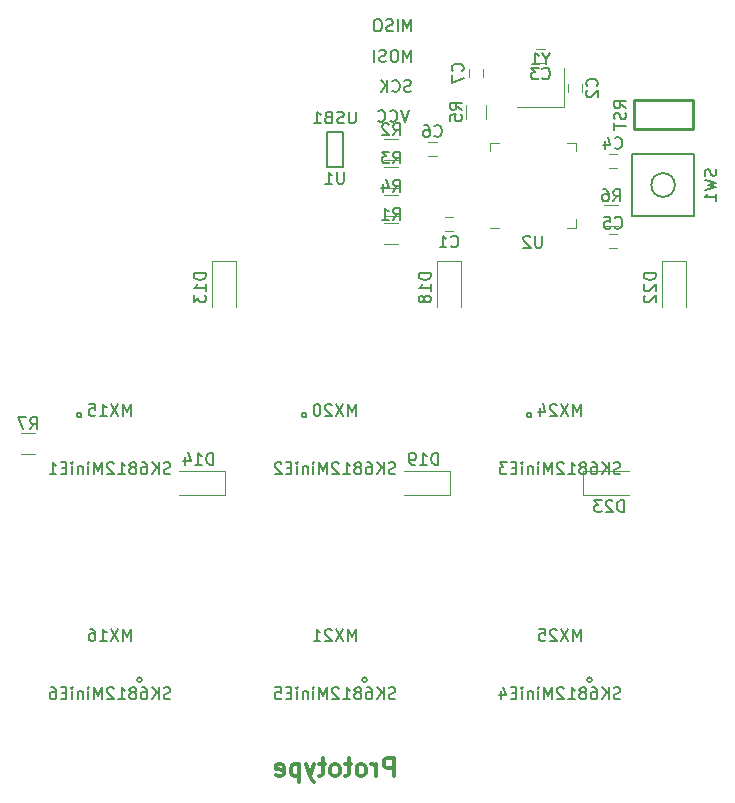
<source format=gbr>
G04 #@! TF.GenerationSoftware,KiCad,Pcbnew,(5.1.5)-3*
G04 #@! TF.CreationDate,2021-05-11T09:46:13+07:00*
G04 #@! TF.ProjectId,uso!VNC,75736f21-564e-4432-9e6b-696361645f70,rev?*
G04 #@! TF.SameCoordinates,Original*
G04 #@! TF.FileFunction,Legend,Bot*
G04 #@! TF.FilePolarity,Positive*
%FSLAX46Y46*%
G04 Gerber Fmt 4.6, Leading zero omitted, Abs format (unit mm)*
G04 Created by KiCad (PCBNEW (5.1.5)-3) date 2021-05-11 09:46:13*
%MOMM*%
%LPD*%
G04 APERTURE LIST*
%ADD10C,0.300000*%
%ADD11C,0.150000*%
%ADD12C,0.250000*%
%ADD13C,0.120000*%
G04 APERTURE END LIST*
D10*
X271665405Y-148316691D02*
X271665405Y-146816691D01*
X271093977Y-146816691D01*
X270951120Y-146888120D01*
X270879691Y-146959548D01*
X270808262Y-147102405D01*
X270808262Y-147316691D01*
X270879691Y-147459548D01*
X270951120Y-147530977D01*
X271093977Y-147602405D01*
X271665405Y-147602405D01*
X270165405Y-148316691D02*
X270165405Y-147316691D01*
X270165405Y-147602405D02*
X270093977Y-147459548D01*
X270022548Y-147388120D01*
X269879691Y-147316691D01*
X269736834Y-147316691D01*
X269022548Y-148316691D02*
X269165405Y-148245262D01*
X269236834Y-148173834D01*
X269308262Y-148030977D01*
X269308262Y-147602405D01*
X269236834Y-147459548D01*
X269165405Y-147388120D01*
X269022548Y-147316691D01*
X268808262Y-147316691D01*
X268665405Y-147388120D01*
X268593977Y-147459548D01*
X268522548Y-147602405D01*
X268522548Y-148030977D01*
X268593977Y-148173834D01*
X268665405Y-148245262D01*
X268808262Y-148316691D01*
X269022548Y-148316691D01*
X268093977Y-147316691D02*
X267522548Y-147316691D01*
X267879691Y-146816691D02*
X267879691Y-148102405D01*
X267808262Y-148245262D01*
X267665405Y-148316691D01*
X267522548Y-148316691D01*
X266808262Y-148316691D02*
X266951120Y-148245262D01*
X267022548Y-148173834D01*
X267093977Y-148030977D01*
X267093977Y-147602405D01*
X267022548Y-147459548D01*
X266951120Y-147388120D01*
X266808262Y-147316691D01*
X266593977Y-147316691D01*
X266451120Y-147388120D01*
X266379691Y-147459548D01*
X266308262Y-147602405D01*
X266308262Y-148030977D01*
X266379691Y-148173834D01*
X266451120Y-148245262D01*
X266593977Y-148316691D01*
X266808262Y-148316691D01*
X265879691Y-147316691D02*
X265308262Y-147316691D01*
X265665405Y-146816691D02*
X265665405Y-148102405D01*
X265593977Y-148245262D01*
X265451120Y-148316691D01*
X265308262Y-148316691D01*
X264951120Y-147316691D02*
X264593977Y-148316691D01*
X264236834Y-147316691D02*
X264593977Y-148316691D01*
X264736834Y-148673834D01*
X264808262Y-148745262D01*
X264951120Y-148816691D01*
X263665405Y-147316691D02*
X263665405Y-148816691D01*
X263665405Y-147388120D02*
X263522548Y-147316691D01*
X263236834Y-147316691D01*
X263093977Y-147388120D01*
X263022548Y-147459548D01*
X262951120Y-147602405D01*
X262951120Y-148030977D01*
X263022548Y-148173834D01*
X263093977Y-148245262D01*
X263236834Y-148316691D01*
X263522548Y-148316691D01*
X263665405Y-148245262D01*
X261736834Y-148245262D02*
X261879691Y-148316691D01*
X262165405Y-148316691D01*
X262308262Y-148245262D01*
X262379691Y-148102405D01*
X262379691Y-147530977D01*
X262308262Y-147388120D01*
X262165405Y-147316691D01*
X261879691Y-147316691D01*
X261736834Y-147388120D01*
X261665405Y-147530977D01*
X261665405Y-147673834D01*
X262379691Y-147816691D01*
D11*
X291877000Y-95666000D02*
X291877000Y-100866000D01*
X291877000Y-100866000D02*
X297077000Y-100866000D01*
X297077000Y-100866000D02*
X297077000Y-95666000D01*
X297077000Y-95666000D02*
X291877000Y-95666000D01*
X295477000Y-98266000D02*
G75*
G03X295477000Y-98266000I-1000000J0D01*
G01*
D12*
X291977000Y-93556000D02*
X296977000Y-93556000D01*
X296977000Y-93556000D02*
X296977000Y-91056000D01*
X296977000Y-91056000D02*
X291977000Y-91056000D01*
X291977000Y-91056000D02*
X291977000Y-93556000D01*
D13*
X240128500Y-121022000D02*
X241328500Y-121022000D01*
X241328500Y-119262000D02*
X240128500Y-119262000D01*
D11*
X250350000Y-140150000D02*
G75*
G03X250350000Y-140150000I-200000J0D01*
G01*
X269400000Y-140150000D02*
G75*
G03X269400000Y-140150000I-200000J0D01*
G01*
X288450000Y-140150000D02*
G75*
G03X288450000Y-140150000I-200000J0D01*
G01*
D13*
X286099000Y-91693000D02*
X282099000Y-91693000D01*
X286099000Y-88393000D02*
X286099000Y-91693000D01*
X286349000Y-101908000D02*
X287074000Y-101908000D01*
X287074000Y-101908000D02*
X287074000Y-101183000D01*
X280579000Y-94688000D02*
X279854000Y-94688000D01*
X279854000Y-94688000D02*
X279854000Y-95413000D01*
X286349000Y-94688000D02*
X287074000Y-94688000D01*
X287074000Y-94688000D02*
X287074000Y-95413000D01*
X280579000Y-101908000D02*
X279854000Y-101908000D01*
D11*
X266050000Y-93800000D02*
X266050000Y-96700000D01*
X266050000Y-93800000D02*
X267350000Y-93800000D01*
X267350000Y-93800000D02*
X267350000Y-96700000D01*
X267350000Y-96700000D02*
X266050000Y-96700000D01*
X283339952Y-117755088D02*
G75*
G03X283339952Y-117755088I-200000J0D01*
G01*
X264289952Y-117755088D02*
G75*
G03X264289952Y-117755088I-200000J0D01*
G01*
X245239952Y-117755088D02*
G75*
G03X245239952Y-117755088I-200000J0D01*
G01*
D13*
X289500000Y-101718000D02*
X290700000Y-101718000D01*
X290700000Y-99958000D02*
X289500000Y-99958000D01*
X279518000Y-92675000D02*
X279518000Y-91475000D01*
X277758000Y-91475000D02*
X277758000Y-92675000D01*
X272062500Y-99132500D02*
X270862500Y-99132500D01*
X270862500Y-100892500D02*
X272062500Y-100892500D01*
X270862500Y-98511250D02*
X272062500Y-98511250D01*
X272062500Y-96751250D02*
X270862500Y-96751250D01*
X270862500Y-96130000D02*
X272062500Y-96130000D01*
X272062500Y-94370000D02*
X270862500Y-94370000D01*
X270862500Y-103273750D02*
X272062500Y-103273750D01*
X272062500Y-101513750D02*
X270862500Y-101513750D01*
X287668400Y-124494800D02*
X287668400Y-122494800D01*
X287668400Y-122494800D02*
X291568400Y-122494800D01*
X287668400Y-124494800D02*
X291568400Y-124494800D01*
X294402000Y-104684000D02*
X296402000Y-104684000D01*
X296402000Y-104684000D02*
X296402000Y-108584000D01*
X294402000Y-104684000D02*
X294402000Y-108584000D01*
X276468400Y-122494800D02*
X276468400Y-124494800D01*
X276468400Y-124494800D02*
X272568400Y-124494800D01*
X276468400Y-122494800D02*
X272568400Y-122494800D01*
X275352000Y-104684000D02*
X277352000Y-104684000D01*
X277352000Y-104684000D02*
X277352000Y-108584000D01*
X275352000Y-104684000D02*
X275352000Y-108584000D01*
X257418400Y-122494800D02*
X257418400Y-124494800D01*
X257418400Y-124494800D02*
X253518400Y-124494800D01*
X257418400Y-122494800D02*
X253518400Y-122494800D01*
X256302000Y-104684000D02*
X258302000Y-104684000D01*
X258302000Y-104684000D02*
X258302000Y-108584000D01*
X256302000Y-104684000D02*
X256302000Y-108584000D01*
X279238000Y-89123000D02*
X279238000Y-88423000D01*
X278038000Y-88423000D02*
X278038000Y-89123000D01*
X274605000Y-95850000D02*
X275305000Y-95850000D01*
X275305000Y-94650000D02*
X274605000Y-94650000D01*
X289877000Y-103597000D02*
X290577000Y-103597000D01*
X290577000Y-102397000D02*
X289877000Y-102397000D01*
X289877000Y-96866000D02*
X290577000Y-96866000D01*
X290577000Y-95666000D02*
X289877000Y-95666000D01*
X284449000Y-86776000D02*
X283749000Y-86776000D01*
X283749000Y-87976000D02*
X284449000Y-87976000D01*
X286420000Y-89693000D02*
X286420000Y-90393000D01*
X287620000Y-90393000D02*
X287620000Y-89693000D01*
X276702000Y-101000000D02*
X276002000Y-101000000D01*
X276002000Y-102200000D02*
X276702000Y-102200000D01*
D11*
X298945761Y-96932666D02*
X298993380Y-97075523D01*
X298993380Y-97313619D01*
X298945761Y-97408857D01*
X298898142Y-97456476D01*
X298802904Y-97504095D01*
X298707666Y-97504095D01*
X298612428Y-97456476D01*
X298564809Y-97408857D01*
X298517190Y-97313619D01*
X298469571Y-97123142D01*
X298421952Y-97027904D01*
X298374333Y-96980285D01*
X298279095Y-96932666D01*
X298183857Y-96932666D01*
X298088619Y-96980285D01*
X298041000Y-97027904D01*
X297993380Y-97123142D01*
X297993380Y-97361238D01*
X298041000Y-97504095D01*
X297993380Y-97837428D02*
X298993380Y-98075523D01*
X298279095Y-98266000D01*
X298993380Y-98456476D01*
X297993380Y-98694571D01*
X298993380Y-99599333D02*
X298993380Y-99027904D01*
X298993380Y-99313619D02*
X297993380Y-99313619D01*
X298136238Y-99218380D01*
X298231476Y-99123142D01*
X298279095Y-99027904D01*
X291333180Y-91755980D02*
X290856990Y-91422647D01*
X291333180Y-91184552D02*
X290333180Y-91184552D01*
X290333180Y-91565504D01*
X290380800Y-91660742D01*
X290428419Y-91708361D01*
X290523657Y-91755980D01*
X290666514Y-91755980D01*
X290761752Y-91708361D01*
X290809371Y-91660742D01*
X290856990Y-91565504D01*
X290856990Y-91184552D01*
X291285561Y-92136933D02*
X291333180Y-92279790D01*
X291333180Y-92517885D01*
X291285561Y-92613123D01*
X291237942Y-92660742D01*
X291142704Y-92708361D01*
X291047466Y-92708361D01*
X290952228Y-92660742D01*
X290904609Y-92613123D01*
X290856990Y-92517885D01*
X290809371Y-92327409D01*
X290761752Y-92232171D01*
X290714133Y-92184552D01*
X290618895Y-92136933D01*
X290523657Y-92136933D01*
X290428419Y-92184552D01*
X290380800Y-92232171D01*
X290333180Y-92327409D01*
X290333180Y-92565504D01*
X290380800Y-92708361D01*
X290333180Y-92994076D02*
X290333180Y-93565504D01*
X291333180Y-93279790D02*
X290333180Y-93279790D01*
X273165428Y-85248380D02*
X273165428Y-84248380D01*
X272832095Y-84962666D01*
X272498761Y-84248380D01*
X272498761Y-85248380D01*
X272022571Y-85248380D02*
X272022571Y-84248380D01*
X271594000Y-85200761D02*
X271451142Y-85248380D01*
X271213047Y-85248380D01*
X271117809Y-85200761D01*
X271070190Y-85153142D01*
X271022571Y-85057904D01*
X271022571Y-84962666D01*
X271070190Y-84867428D01*
X271117809Y-84819809D01*
X271213047Y-84772190D01*
X271403523Y-84724571D01*
X271498761Y-84676952D01*
X271546380Y-84629333D01*
X271594000Y-84534095D01*
X271594000Y-84438857D01*
X271546380Y-84343619D01*
X271498761Y-84296000D01*
X271403523Y-84248380D01*
X271165428Y-84248380D01*
X271022571Y-84296000D01*
X270403523Y-84248380D02*
X270213047Y-84248380D01*
X270117809Y-84296000D01*
X270022571Y-84391238D01*
X269974952Y-84581714D01*
X269974952Y-84915047D01*
X270022571Y-85105523D01*
X270117809Y-85200761D01*
X270213047Y-85248380D01*
X270403523Y-85248380D01*
X270498761Y-85200761D01*
X270594000Y-85105523D01*
X270641619Y-84915047D01*
X270641619Y-84581714D01*
X270594000Y-84391238D01*
X270498761Y-84296000D01*
X270403523Y-84248380D01*
X273129714Y-90320761D02*
X272986857Y-90368380D01*
X272748761Y-90368380D01*
X272653523Y-90320761D01*
X272605904Y-90273142D01*
X272558285Y-90177904D01*
X272558285Y-90082666D01*
X272605904Y-89987428D01*
X272653523Y-89939809D01*
X272748761Y-89892190D01*
X272939238Y-89844571D01*
X273034476Y-89796952D01*
X273082095Y-89749333D01*
X273129714Y-89654095D01*
X273129714Y-89558857D01*
X273082095Y-89463619D01*
X273034476Y-89416000D01*
X272939238Y-89368380D01*
X272701142Y-89368380D01*
X272558285Y-89416000D01*
X271558285Y-90273142D02*
X271605904Y-90320761D01*
X271748761Y-90368380D01*
X271844000Y-90368380D01*
X271986857Y-90320761D01*
X272082095Y-90225523D01*
X272129714Y-90130285D01*
X272177333Y-89939809D01*
X272177333Y-89796952D01*
X272129714Y-89606476D01*
X272082095Y-89511238D01*
X271986857Y-89416000D01*
X271844000Y-89368380D01*
X271748761Y-89368380D01*
X271605904Y-89416000D01*
X271558285Y-89463619D01*
X271129714Y-90368380D02*
X271129714Y-89368380D01*
X270558285Y-90368380D02*
X270986857Y-89796952D01*
X270558285Y-89368380D02*
X271129714Y-89939809D01*
X273165428Y-87828380D02*
X273165428Y-86828380D01*
X272832095Y-87542666D01*
X272498761Y-86828380D01*
X272498761Y-87828380D01*
X271832095Y-86828380D02*
X271641619Y-86828380D01*
X271546380Y-86876000D01*
X271451142Y-86971238D01*
X271403523Y-87161714D01*
X271403523Y-87495047D01*
X271451142Y-87685523D01*
X271546380Y-87780761D01*
X271641619Y-87828380D01*
X271832095Y-87828380D01*
X271927333Y-87780761D01*
X272022571Y-87685523D01*
X272070190Y-87495047D01*
X272070190Y-87161714D01*
X272022571Y-86971238D01*
X271927333Y-86876000D01*
X271832095Y-86828380D01*
X271022571Y-87780761D02*
X270879714Y-87828380D01*
X270641619Y-87828380D01*
X270546380Y-87780761D01*
X270498761Y-87733142D01*
X270451142Y-87637904D01*
X270451142Y-87542666D01*
X270498761Y-87447428D01*
X270546380Y-87399809D01*
X270641619Y-87352190D01*
X270832095Y-87304571D01*
X270927333Y-87256952D01*
X270974952Y-87209333D01*
X271022571Y-87114095D01*
X271022571Y-87018857D01*
X270974952Y-86923619D01*
X270927333Y-86876000D01*
X270832095Y-86828380D01*
X270594000Y-86828380D01*
X270451142Y-86876000D01*
X270022571Y-87828380D02*
X270022571Y-86828380D01*
X272927333Y-91908380D02*
X272594000Y-92908380D01*
X272260666Y-91908380D01*
X271355904Y-92813142D02*
X271403523Y-92860761D01*
X271546380Y-92908380D01*
X271641619Y-92908380D01*
X271784476Y-92860761D01*
X271879714Y-92765523D01*
X271927333Y-92670285D01*
X271974952Y-92479809D01*
X271974952Y-92336952D01*
X271927333Y-92146476D01*
X271879714Y-92051238D01*
X271784476Y-91956000D01*
X271641619Y-91908380D01*
X271546380Y-91908380D01*
X271403523Y-91956000D01*
X271355904Y-92003619D01*
X270355904Y-92813142D02*
X270403523Y-92860761D01*
X270546380Y-92908380D01*
X270641619Y-92908380D01*
X270784476Y-92860761D01*
X270879714Y-92765523D01*
X270927333Y-92670285D01*
X270974952Y-92479809D01*
X270974952Y-92336952D01*
X270927333Y-92146476D01*
X270879714Y-92051238D01*
X270784476Y-91956000D01*
X270641619Y-91908380D01*
X270546380Y-91908380D01*
X270403523Y-91956000D01*
X270355904Y-92003619D01*
X240895166Y-118944380D02*
X241228500Y-118468190D01*
X241466595Y-118944380D02*
X241466595Y-117944380D01*
X241085642Y-117944380D01*
X240990404Y-117992000D01*
X240942785Y-118039619D01*
X240895166Y-118134857D01*
X240895166Y-118277714D01*
X240942785Y-118372952D01*
X240990404Y-118420571D01*
X241085642Y-118468190D01*
X241466595Y-118468190D01*
X240561833Y-117944380D02*
X239895166Y-117944380D01*
X240323738Y-118944380D01*
X252769047Y-141754761D02*
X252626190Y-141802380D01*
X252388095Y-141802380D01*
X252292857Y-141754761D01*
X252245238Y-141707142D01*
X252197619Y-141611904D01*
X252197619Y-141516666D01*
X252245238Y-141421428D01*
X252292857Y-141373809D01*
X252388095Y-141326190D01*
X252578571Y-141278571D01*
X252673809Y-141230952D01*
X252721428Y-141183333D01*
X252769047Y-141088095D01*
X252769047Y-140992857D01*
X252721428Y-140897619D01*
X252673809Y-140850000D01*
X252578571Y-140802380D01*
X252340476Y-140802380D01*
X252197619Y-140850000D01*
X251769047Y-141802380D02*
X251769047Y-140802380D01*
X251197619Y-141802380D02*
X251626190Y-141230952D01*
X251197619Y-140802380D02*
X251769047Y-141373809D01*
X250340476Y-140802380D02*
X250530952Y-140802380D01*
X250626190Y-140850000D01*
X250673809Y-140897619D01*
X250769047Y-141040476D01*
X250816666Y-141230952D01*
X250816666Y-141611904D01*
X250769047Y-141707142D01*
X250721428Y-141754761D01*
X250626190Y-141802380D01*
X250435714Y-141802380D01*
X250340476Y-141754761D01*
X250292857Y-141707142D01*
X250245238Y-141611904D01*
X250245238Y-141373809D01*
X250292857Y-141278571D01*
X250340476Y-141230952D01*
X250435714Y-141183333D01*
X250626190Y-141183333D01*
X250721428Y-141230952D01*
X250769047Y-141278571D01*
X250816666Y-141373809D01*
X249673809Y-141230952D02*
X249769047Y-141183333D01*
X249816666Y-141135714D01*
X249864285Y-141040476D01*
X249864285Y-140992857D01*
X249816666Y-140897619D01*
X249769047Y-140850000D01*
X249673809Y-140802380D01*
X249483333Y-140802380D01*
X249388095Y-140850000D01*
X249340476Y-140897619D01*
X249292857Y-140992857D01*
X249292857Y-141040476D01*
X249340476Y-141135714D01*
X249388095Y-141183333D01*
X249483333Y-141230952D01*
X249673809Y-141230952D01*
X249769047Y-141278571D01*
X249816666Y-141326190D01*
X249864285Y-141421428D01*
X249864285Y-141611904D01*
X249816666Y-141707142D01*
X249769047Y-141754761D01*
X249673809Y-141802380D01*
X249483333Y-141802380D01*
X249388095Y-141754761D01*
X249340476Y-141707142D01*
X249292857Y-141611904D01*
X249292857Y-141421428D01*
X249340476Y-141326190D01*
X249388095Y-141278571D01*
X249483333Y-141230952D01*
X248340476Y-141802380D02*
X248911904Y-141802380D01*
X248626190Y-141802380D02*
X248626190Y-140802380D01*
X248721428Y-140945238D01*
X248816666Y-141040476D01*
X248911904Y-141088095D01*
X247959523Y-140897619D02*
X247911904Y-140850000D01*
X247816666Y-140802380D01*
X247578571Y-140802380D01*
X247483333Y-140850000D01*
X247435714Y-140897619D01*
X247388095Y-140992857D01*
X247388095Y-141088095D01*
X247435714Y-141230952D01*
X248007142Y-141802380D01*
X247388095Y-141802380D01*
X246959523Y-141802380D02*
X246959523Y-140802380D01*
X246626190Y-141516666D01*
X246292857Y-140802380D01*
X246292857Y-141802380D01*
X245816666Y-141802380D02*
X245816666Y-141135714D01*
X245816666Y-140802380D02*
X245864285Y-140850000D01*
X245816666Y-140897619D01*
X245769047Y-140850000D01*
X245816666Y-140802380D01*
X245816666Y-140897619D01*
X245340476Y-141135714D02*
X245340476Y-141802380D01*
X245340476Y-141230952D02*
X245292857Y-141183333D01*
X245197619Y-141135714D01*
X245054761Y-141135714D01*
X244959523Y-141183333D01*
X244911904Y-141278571D01*
X244911904Y-141802380D01*
X244435714Y-141802380D02*
X244435714Y-141135714D01*
X244435714Y-140802380D02*
X244483333Y-140850000D01*
X244435714Y-140897619D01*
X244388095Y-140850000D01*
X244435714Y-140802380D01*
X244435714Y-140897619D01*
X243959523Y-141278571D02*
X243626190Y-141278571D01*
X243483333Y-141802380D02*
X243959523Y-141802380D01*
X243959523Y-140802380D01*
X243483333Y-140802380D01*
X242626190Y-140802380D02*
X242816666Y-140802380D01*
X242911904Y-140850000D01*
X242959523Y-140897619D01*
X243054761Y-141040476D01*
X243102380Y-141230952D01*
X243102380Y-141611904D01*
X243054761Y-141707142D01*
X243007142Y-141754761D01*
X242911904Y-141802380D01*
X242721428Y-141802380D01*
X242626190Y-141754761D01*
X242578571Y-141707142D01*
X242530952Y-141611904D01*
X242530952Y-141373809D01*
X242578571Y-141278571D01*
X242626190Y-141230952D01*
X242721428Y-141183333D01*
X242911904Y-141183333D01*
X243007142Y-141230952D01*
X243054761Y-141278571D01*
X243102380Y-141373809D01*
X271819047Y-141754761D02*
X271676190Y-141802380D01*
X271438095Y-141802380D01*
X271342857Y-141754761D01*
X271295238Y-141707142D01*
X271247619Y-141611904D01*
X271247619Y-141516666D01*
X271295238Y-141421428D01*
X271342857Y-141373809D01*
X271438095Y-141326190D01*
X271628571Y-141278571D01*
X271723809Y-141230952D01*
X271771428Y-141183333D01*
X271819047Y-141088095D01*
X271819047Y-140992857D01*
X271771428Y-140897619D01*
X271723809Y-140850000D01*
X271628571Y-140802380D01*
X271390476Y-140802380D01*
X271247619Y-140850000D01*
X270819047Y-141802380D02*
X270819047Y-140802380D01*
X270247619Y-141802380D02*
X270676190Y-141230952D01*
X270247619Y-140802380D02*
X270819047Y-141373809D01*
X269390476Y-140802380D02*
X269580952Y-140802380D01*
X269676190Y-140850000D01*
X269723809Y-140897619D01*
X269819047Y-141040476D01*
X269866666Y-141230952D01*
X269866666Y-141611904D01*
X269819047Y-141707142D01*
X269771428Y-141754761D01*
X269676190Y-141802380D01*
X269485714Y-141802380D01*
X269390476Y-141754761D01*
X269342857Y-141707142D01*
X269295238Y-141611904D01*
X269295238Y-141373809D01*
X269342857Y-141278571D01*
X269390476Y-141230952D01*
X269485714Y-141183333D01*
X269676190Y-141183333D01*
X269771428Y-141230952D01*
X269819047Y-141278571D01*
X269866666Y-141373809D01*
X268723809Y-141230952D02*
X268819047Y-141183333D01*
X268866666Y-141135714D01*
X268914285Y-141040476D01*
X268914285Y-140992857D01*
X268866666Y-140897619D01*
X268819047Y-140850000D01*
X268723809Y-140802380D01*
X268533333Y-140802380D01*
X268438095Y-140850000D01*
X268390476Y-140897619D01*
X268342857Y-140992857D01*
X268342857Y-141040476D01*
X268390476Y-141135714D01*
X268438095Y-141183333D01*
X268533333Y-141230952D01*
X268723809Y-141230952D01*
X268819047Y-141278571D01*
X268866666Y-141326190D01*
X268914285Y-141421428D01*
X268914285Y-141611904D01*
X268866666Y-141707142D01*
X268819047Y-141754761D01*
X268723809Y-141802380D01*
X268533333Y-141802380D01*
X268438095Y-141754761D01*
X268390476Y-141707142D01*
X268342857Y-141611904D01*
X268342857Y-141421428D01*
X268390476Y-141326190D01*
X268438095Y-141278571D01*
X268533333Y-141230952D01*
X267390476Y-141802380D02*
X267961904Y-141802380D01*
X267676190Y-141802380D02*
X267676190Y-140802380D01*
X267771428Y-140945238D01*
X267866666Y-141040476D01*
X267961904Y-141088095D01*
X267009523Y-140897619D02*
X266961904Y-140850000D01*
X266866666Y-140802380D01*
X266628571Y-140802380D01*
X266533333Y-140850000D01*
X266485714Y-140897619D01*
X266438095Y-140992857D01*
X266438095Y-141088095D01*
X266485714Y-141230952D01*
X267057142Y-141802380D01*
X266438095Y-141802380D01*
X266009523Y-141802380D02*
X266009523Y-140802380D01*
X265676190Y-141516666D01*
X265342857Y-140802380D01*
X265342857Y-141802380D01*
X264866666Y-141802380D02*
X264866666Y-141135714D01*
X264866666Y-140802380D02*
X264914285Y-140850000D01*
X264866666Y-140897619D01*
X264819047Y-140850000D01*
X264866666Y-140802380D01*
X264866666Y-140897619D01*
X264390476Y-141135714D02*
X264390476Y-141802380D01*
X264390476Y-141230952D02*
X264342857Y-141183333D01*
X264247619Y-141135714D01*
X264104761Y-141135714D01*
X264009523Y-141183333D01*
X263961904Y-141278571D01*
X263961904Y-141802380D01*
X263485714Y-141802380D02*
X263485714Y-141135714D01*
X263485714Y-140802380D02*
X263533333Y-140850000D01*
X263485714Y-140897619D01*
X263438095Y-140850000D01*
X263485714Y-140802380D01*
X263485714Y-140897619D01*
X263009523Y-141278571D02*
X262676190Y-141278571D01*
X262533333Y-141802380D02*
X263009523Y-141802380D01*
X263009523Y-140802380D01*
X262533333Y-140802380D01*
X261628571Y-140802380D02*
X262104761Y-140802380D01*
X262152380Y-141278571D01*
X262104761Y-141230952D01*
X262009523Y-141183333D01*
X261771428Y-141183333D01*
X261676190Y-141230952D01*
X261628571Y-141278571D01*
X261580952Y-141373809D01*
X261580952Y-141611904D01*
X261628571Y-141707142D01*
X261676190Y-141754761D01*
X261771428Y-141802380D01*
X262009523Y-141802380D01*
X262104761Y-141754761D01*
X262152380Y-141707142D01*
X290869047Y-141754761D02*
X290726190Y-141802380D01*
X290488095Y-141802380D01*
X290392857Y-141754761D01*
X290345238Y-141707142D01*
X290297619Y-141611904D01*
X290297619Y-141516666D01*
X290345238Y-141421428D01*
X290392857Y-141373809D01*
X290488095Y-141326190D01*
X290678571Y-141278571D01*
X290773809Y-141230952D01*
X290821428Y-141183333D01*
X290869047Y-141088095D01*
X290869047Y-140992857D01*
X290821428Y-140897619D01*
X290773809Y-140850000D01*
X290678571Y-140802380D01*
X290440476Y-140802380D01*
X290297619Y-140850000D01*
X289869047Y-141802380D02*
X289869047Y-140802380D01*
X289297619Y-141802380D02*
X289726190Y-141230952D01*
X289297619Y-140802380D02*
X289869047Y-141373809D01*
X288440476Y-140802380D02*
X288630952Y-140802380D01*
X288726190Y-140850000D01*
X288773809Y-140897619D01*
X288869047Y-141040476D01*
X288916666Y-141230952D01*
X288916666Y-141611904D01*
X288869047Y-141707142D01*
X288821428Y-141754761D01*
X288726190Y-141802380D01*
X288535714Y-141802380D01*
X288440476Y-141754761D01*
X288392857Y-141707142D01*
X288345238Y-141611904D01*
X288345238Y-141373809D01*
X288392857Y-141278571D01*
X288440476Y-141230952D01*
X288535714Y-141183333D01*
X288726190Y-141183333D01*
X288821428Y-141230952D01*
X288869047Y-141278571D01*
X288916666Y-141373809D01*
X287773809Y-141230952D02*
X287869047Y-141183333D01*
X287916666Y-141135714D01*
X287964285Y-141040476D01*
X287964285Y-140992857D01*
X287916666Y-140897619D01*
X287869047Y-140850000D01*
X287773809Y-140802380D01*
X287583333Y-140802380D01*
X287488095Y-140850000D01*
X287440476Y-140897619D01*
X287392857Y-140992857D01*
X287392857Y-141040476D01*
X287440476Y-141135714D01*
X287488095Y-141183333D01*
X287583333Y-141230952D01*
X287773809Y-141230952D01*
X287869047Y-141278571D01*
X287916666Y-141326190D01*
X287964285Y-141421428D01*
X287964285Y-141611904D01*
X287916666Y-141707142D01*
X287869047Y-141754761D01*
X287773809Y-141802380D01*
X287583333Y-141802380D01*
X287488095Y-141754761D01*
X287440476Y-141707142D01*
X287392857Y-141611904D01*
X287392857Y-141421428D01*
X287440476Y-141326190D01*
X287488095Y-141278571D01*
X287583333Y-141230952D01*
X286440476Y-141802380D02*
X287011904Y-141802380D01*
X286726190Y-141802380D02*
X286726190Y-140802380D01*
X286821428Y-140945238D01*
X286916666Y-141040476D01*
X287011904Y-141088095D01*
X286059523Y-140897619D02*
X286011904Y-140850000D01*
X285916666Y-140802380D01*
X285678571Y-140802380D01*
X285583333Y-140850000D01*
X285535714Y-140897619D01*
X285488095Y-140992857D01*
X285488095Y-141088095D01*
X285535714Y-141230952D01*
X286107142Y-141802380D01*
X285488095Y-141802380D01*
X285059523Y-141802380D02*
X285059523Y-140802380D01*
X284726190Y-141516666D01*
X284392857Y-140802380D01*
X284392857Y-141802380D01*
X283916666Y-141802380D02*
X283916666Y-141135714D01*
X283916666Y-140802380D02*
X283964285Y-140850000D01*
X283916666Y-140897619D01*
X283869047Y-140850000D01*
X283916666Y-140802380D01*
X283916666Y-140897619D01*
X283440476Y-141135714D02*
X283440476Y-141802380D01*
X283440476Y-141230952D02*
X283392857Y-141183333D01*
X283297619Y-141135714D01*
X283154761Y-141135714D01*
X283059523Y-141183333D01*
X283011904Y-141278571D01*
X283011904Y-141802380D01*
X282535714Y-141802380D02*
X282535714Y-141135714D01*
X282535714Y-140802380D02*
X282583333Y-140850000D01*
X282535714Y-140897619D01*
X282488095Y-140850000D01*
X282535714Y-140802380D01*
X282535714Y-140897619D01*
X282059523Y-141278571D02*
X281726190Y-141278571D01*
X281583333Y-141802380D02*
X282059523Y-141802380D01*
X282059523Y-140802380D01*
X281583333Y-140802380D01*
X280726190Y-141135714D02*
X280726190Y-141802380D01*
X280964285Y-140754761D02*
X281202380Y-141469047D01*
X280583333Y-141469047D01*
X287511904Y-136850380D02*
X287511904Y-135850380D01*
X287178571Y-136564666D01*
X286845238Y-135850380D01*
X286845238Y-136850380D01*
X286464285Y-135850380D02*
X285797619Y-136850380D01*
X285797619Y-135850380D02*
X286464285Y-136850380D01*
X285464285Y-135945619D02*
X285416666Y-135898000D01*
X285321428Y-135850380D01*
X285083333Y-135850380D01*
X284988095Y-135898000D01*
X284940476Y-135945619D01*
X284892857Y-136040857D01*
X284892857Y-136136095D01*
X284940476Y-136278952D01*
X285511904Y-136850380D01*
X284892857Y-136850380D01*
X283988095Y-135850380D02*
X284464285Y-135850380D01*
X284511904Y-136326571D01*
X284464285Y-136278952D01*
X284369047Y-136231333D01*
X284130952Y-136231333D01*
X284035714Y-136278952D01*
X283988095Y-136326571D01*
X283940476Y-136421809D01*
X283940476Y-136659904D01*
X283988095Y-136755142D01*
X284035714Y-136802761D01*
X284130952Y-136850380D01*
X284369047Y-136850380D01*
X284464285Y-136802761D01*
X284511904Y-136755142D01*
X287511904Y-117800380D02*
X287511904Y-116800380D01*
X287178571Y-117514666D01*
X286845238Y-116800380D01*
X286845238Y-117800380D01*
X286464285Y-116800380D02*
X285797619Y-117800380D01*
X285797619Y-116800380D02*
X286464285Y-117800380D01*
X285464285Y-116895619D02*
X285416666Y-116848000D01*
X285321428Y-116800380D01*
X285083333Y-116800380D01*
X284988095Y-116848000D01*
X284940476Y-116895619D01*
X284892857Y-116990857D01*
X284892857Y-117086095D01*
X284940476Y-117228952D01*
X285511904Y-117800380D01*
X284892857Y-117800380D01*
X284035714Y-117133714D02*
X284035714Y-117800380D01*
X284273809Y-116752761D02*
X284511904Y-117467047D01*
X283892857Y-117467047D01*
X268461904Y-136850380D02*
X268461904Y-135850380D01*
X268128571Y-136564666D01*
X267795238Y-135850380D01*
X267795238Y-136850380D01*
X267414285Y-135850380D02*
X266747619Y-136850380D01*
X266747619Y-135850380D02*
X267414285Y-136850380D01*
X266414285Y-135945619D02*
X266366666Y-135898000D01*
X266271428Y-135850380D01*
X266033333Y-135850380D01*
X265938095Y-135898000D01*
X265890476Y-135945619D01*
X265842857Y-136040857D01*
X265842857Y-136136095D01*
X265890476Y-136278952D01*
X266461904Y-136850380D01*
X265842857Y-136850380D01*
X264890476Y-136850380D02*
X265461904Y-136850380D01*
X265176190Y-136850380D02*
X265176190Y-135850380D01*
X265271428Y-135993238D01*
X265366666Y-136088476D01*
X265461904Y-136136095D01*
X268461904Y-117800380D02*
X268461904Y-116800380D01*
X268128571Y-117514666D01*
X267795238Y-116800380D01*
X267795238Y-117800380D01*
X267414285Y-116800380D02*
X266747619Y-117800380D01*
X266747619Y-116800380D02*
X267414285Y-117800380D01*
X266414285Y-116895619D02*
X266366666Y-116848000D01*
X266271428Y-116800380D01*
X266033333Y-116800380D01*
X265938095Y-116848000D01*
X265890476Y-116895619D01*
X265842857Y-116990857D01*
X265842857Y-117086095D01*
X265890476Y-117228952D01*
X266461904Y-117800380D01*
X265842857Y-117800380D01*
X265223809Y-116800380D02*
X265128571Y-116800380D01*
X265033333Y-116848000D01*
X264985714Y-116895619D01*
X264938095Y-116990857D01*
X264890476Y-117181333D01*
X264890476Y-117419428D01*
X264938095Y-117609904D01*
X264985714Y-117705142D01*
X265033333Y-117752761D01*
X265128571Y-117800380D01*
X265223809Y-117800380D01*
X265319047Y-117752761D01*
X265366666Y-117705142D01*
X265414285Y-117609904D01*
X265461904Y-117419428D01*
X265461904Y-117181333D01*
X265414285Y-116990857D01*
X265366666Y-116895619D01*
X265319047Y-116848000D01*
X265223809Y-116800380D01*
X249411904Y-136850380D02*
X249411904Y-135850380D01*
X249078571Y-136564666D01*
X248745238Y-135850380D01*
X248745238Y-136850380D01*
X248364285Y-135850380D02*
X247697619Y-136850380D01*
X247697619Y-135850380D02*
X248364285Y-136850380D01*
X246792857Y-136850380D02*
X247364285Y-136850380D01*
X247078571Y-136850380D02*
X247078571Y-135850380D01*
X247173809Y-135993238D01*
X247269047Y-136088476D01*
X247364285Y-136136095D01*
X245935714Y-135850380D02*
X246126190Y-135850380D01*
X246221428Y-135898000D01*
X246269047Y-135945619D01*
X246364285Y-136088476D01*
X246411904Y-136278952D01*
X246411904Y-136659904D01*
X246364285Y-136755142D01*
X246316666Y-136802761D01*
X246221428Y-136850380D01*
X246030952Y-136850380D01*
X245935714Y-136802761D01*
X245888095Y-136755142D01*
X245840476Y-136659904D01*
X245840476Y-136421809D01*
X245888095Y-136326571D01*
X245935714Y-136278952D01*
X246030952Y-136231333D01*
X246221428Y-136231333D01*
X246316666Y-136278952D01*
X246364285Y-136326571D01*
X246411904Y-136421809D01*
X249411904Y-117800380D02*
X249411904Y-116800380D01*
X249078571Y-117514666D01*
X248745238Y-116800380D01*
X248745238Y-117800380D01*
X248364285Y-116800380D02*
X247697619Y-117800380D01*
X247697619Y-116800380D02*
X248364285Y-117800380D01*
X246792857Y-117800380D02*
X247364285Y-117800380D01*
X247078571Y-117800380D02*
X247078571Y-116800380D01*
X247173809Y-116943238D01*
X247269047Y-117038476D01*
X247364285Y-117086095D01*
X245888095Y-116800380D02*
X246364285Y-116800380D01*
X246411904Y-117276571D01*
X246364285Y-117228952D01*
X246269047Y-117181333D01*
X246030952Y-117181333D01*
X245935714Y-117228952D01*
X245888095Y-117276571D01*
X245840476Y-117371809D01*
X245840476Y-117609904D01*
X245888095Y-117705142D01*
X245935714Y-117752761D01*
X246030952Y-117800380D01*
X246269047Y-117800380D01*
X246364285Y-117752761D01*
X246411904Y-117705142D01*
X284575190Y-87569190D02*
X284575190Y-88045380D01*
X284908523Y-87045380D02*
X284575190Y-87569190D01*
X284241857Y-87045380D01*
X283384714Y-88045380D02*
X283956142Y-88045380D01*
X283670428Y-88045380D02*
X283670428Y-87045380D01*
X283765666Y-87188238D01*
X283860904Y-87283476D01*
X283956142Y-87331095D01*
X268438095Y-92046130D02*
X268438095Y-92855654D01*
X268390476Y-92950892D01*
X268342857Y-92998511D01*
X268247619Y-93046130D01*
X268057142Y-93046130D01*
X267961904Y-92998511D01*
X267914285Y-92950892D01*
X267866666Y-92855654D01*
X267866666Y-92046130D01*
X267438095Y-92998511D02*
X267295238Y-93046130D01*
X267057142Y-93046130D01*
X266961904Y-92998511D01*
X266914285Y-92950892D01*
X266866666Y-92855654D01*
X266866666Y-92760416D01*
X266914285Y-92665178D01*
X266961904Y-92617559D01*
X267057142Y-92569940D01*
X267247619Y-92522321D01*
X267342857Y-92474702D01*
X267390476Y-92427083D01*
X267438095Y-92331845D01*
X267438095Y-92236607D01*
X267390476Y-92141369D01*
X267342857Y-92093750D01*
X267247619Y-92046130D01*
X267009523Y-92046130D01*
X266866666Y-92093750D01*
X266104761Y-92522321D02*
X265961904Y-92569940D01*
X265914285Y-92617559D01*
X265866666Y-92712797D01*
X265866666Y-92855654D01*
X265914285Y-92950892D01*
X265961904Y-92998511D01*
X266057142Y-93046130D01*
X266438095Y-93046130D01*
X266438095Y-92046130D01*
X266104761Y-92046130D01*
X266009523Y-92093750D01*
X265961904Y-92141369D01*
X265914285Y-92236607D01*
X265914285Y-92331845D01*
X265961904Y-92427083D01*
X266009523Y-92474702D01*
X266104761Y-92522321D01*
X266438095Y-92522321D01*
X264914285Y-93046130D02*
X265485714Y-93046130D01*
X265200000Y-93046130D02*
X265200000Y-92046130D01*
X265295238Y-92188988D01*
X265390476Y-92284226D01*
X265485714Y-92331845D01*
X284225904Y-102570380D02*
X284225904Y-103379904D01*
X284178285Y-103475142D01*
X284130666Y-103522761D01*
X284035428Y-103570380D01*
X283844952Y-103570380D01*
X283749714Y-103522761D01*
X283702095Y-103475142D01*
X283654476Y-103379904D01*
X283654476Y-102570380D01*
X283225904Y-102665619D02*
X283178285Y-102618000D01*
X283083047Y-102570380D01*
X282844952Y-102570380D01*
X282749714Y-102618000D01*
X282702095Y-102665619D01*
X282654476Y-102760857D01*
X282654476Y-102856095D01*
X282702095Y-102998952D01*
X283273523Y-103570380D01*
X282654476Y-103570380D01*
X267461904Y-97152380D02*
X267461904Y-97961904D01*
X267414285Y-98057142D01*
X267366666Y-98104761D01*
X267271428Y-98152380D01*
X267080952Y-98152380D01*
X266985714Y-98104761D01*
X266938095Y-98057142D01*
X266890476Y-97961904D01*
X266890476Y-97152380D01*
X265890476Y-98152380D02*
X266461904Y-98152380D01*
X266176190Y-98152380D02*
X266176190Y-97152380D01*
X266271428Y-97295238D01*
X266366666Y-97390476D01*
X266461904Y-97438095D01*
X290869047Y-122704761D02*
X290726190Y-122752380D01*
X290488095Y-122752380D01*
X290392857Y-122704761D01*
X290345238Y-122657142D01*
X290297619Y-122561904D01*
X290297619Y-122466666D01*
X290345238Y-122371428D01*
X290392857Y-122323809D01*
X290488095Y-122276190D01*
X290678571Y-122228571D01*
X290773809Y-122180952D01*
X290821428Y-122133333D01*
X290869047Y-122038095D01*
X290869047Y-121942857D01*
X290821428Y-121847619D01*
X290773809Y-121800000D01*
X290678571Y-121752380D01*
X290440476Y-121752380D01*
X290297619Y-121800000D01*
X289869047Y-122752380D02*
X289869047Y-121752380D01*
X289297619Y-122752380D02*
X289726190Y-122180952D01*
X289297619Y-121752380D02*
X289869047Y-122323809D01*
X288440476Y-121752380D02*
X288630952Y-121752380D01*
X288726190Y-121800000D01*
X288773809Y-121847619D01*
X288869047Y-121990476D01*
X288916666Y-122180952D01*
X288916666Y-122561904D01*
X288869047Y-122657142D01*
X288821428Y-122704761D01*
X288726190Y-122752380D01*
X288535714Y-122752380D01*
X288440476Y-122704761D01*
X288392857Y-122657142D01*
X288345238Y-122561904D01*
X288345238Y-122323809D01*
X288392857Y-122228571D01*
X288440476Y-122180952D01*
X288535714Y-122133333D01*
X288726190Y-122133333D01*
X288821428Y-122180952D01*
X288869047Y-122228571D01*
X288916666Y-122323809D01*
X287773809Y-122180952D02*
X287869047Y-122133333D01*
X287916666Y-122085714D01*
X287964285Y-121990476D01*
X287964285Y-121942857D01*
X287916666Y-121847619D01*
X287869047Y-121800000D01*
X287773809Y-121752380D01*
X287583333Y-121752380D01*
X287488095Y-121800000D01*
X287440476Y-121847619D01*
X287392857Y-121942857D01*
X287392857Y-121990476D01*
X287440476Y-122085714D01*
X287488095Y-122133333D01*
X287583333Y-122180952D01*
X287773809Y-122180952D01*
X287869047Y-122228571D01*
X287916666Y-122276190D01*
X287964285Y-122371428D01*
X287964285Y-122561904D01*
X287916666Y-122657142D01*
X287869047Y-122704761D01*
X287773809Y-122752380D01*
X287583333Y-122752380D01*
X287488095Y-122704761D01*
X287440476Y-122657142D01*
X287392857Y-122561904D01*
X287392857Y-122371428D01*
X287440476Y-122276190D01*
X287488095Y-122228571D01*
X287583333Y-122180952D01*
X286440476Y-122752380D02*
X287011904Y-122752380D01*
X286726190Y-122752380D02*
X286726190Y-121752380D01*
X286821428Y-121895238D01*
X286916666Y-121990476D01*
X287011904Y-122038095D01*
X286059523Y-121847619D02*
X286011904Y-121800000D01*
X285916666Y-121752380D01*
X285678571Y-121752380D01*
X285583333Y-121800000D01*
X285535714Y-121847619D01*
X285488095Y-121942857D01*
X285488095Y-122038095D01*
X285535714Y-122180952D01*
X286107142Y-122752380D01*
X285488095Y-122752380D01*
X285059523Y-122752380D02*
X285059523Y-121752380D01*
X284726190Y-122466666D01*
X284392857Y-121752380D01*
X284392857Y-122752380D01*
X283916666Y-122752380D02*
X283916666Y-122085714D01*
X283916666Y-121752380D02*
X283964285Y-121800000D01*
X283916666Y-121847619D01*
X283869047Y-121800000D01*
X283916666Y-121752380D01*
X283916666Y-121847619D01*
X283440476Y-122085714D02*
X283440476Y-122752380D01*
X283440476Y-122180952D02*
X283392857Y-122133333D01*
X283297619Y-122085714D01*
X283154761Y-122085714D01*
X283059523Y-122133333D01*
X283011904Y-122228571D01*
X283011904Y-122752380D01*
X282535714Y-122752380D02*
X282535714Y-122085714D01*
X282535714Y-121752380D02*
X282583333Y-121800000D01*
X282535714Y-121847619D01*
X282488095Y-121800000D01*
X282535714Y-121752380D01*
X282535714Y-121847619D01*
X282059523Y-122228571D02*
X281726190Y-122228571D01*
X281583333Y-122752380D02*
X282059523Y-122752380D01*
X282059523Y-121752380D01*
X281583333Y-121752380D01*
X281250000Y-121752380D02*
X280630952Y-121752380D01*
X280964285Y-122133333D01*
X280821428Y-122133333D01*
X280726190Y-122180952D01*
X280678571Y-122228571D01*
X280630952Y-122323809D01*
X280630952Y-122561904D01*
X280678571Y-122657142D01*
X280726190Y-122704761D01*
X280821428Y-122752380D01*
X281107142Y-122752380D01*
X281202380Y-122704761D01*
X281250000Y-122657142D01*
X271819047Y-122704761D02*
X271676190Y-122752380D01*
X271438095Y-122752380D01*
X271342857Y-122704761D01*
X271295238Y-122657142D01*
X271247619Y-122561904D01*
X271247619Y-122466666D01*
X271295238Y-122371428D01*
X271342857Y-122323809D01*
X271438095Y-122276190D01*
X271628571Y-122228571D01*
X271723809Y-122180952D01*
X271771428Y-122133333D01*
X271819047Y-122038095D01*
X271819047Y-121942857D01*
X271771428Y-121847619D01*
X271723809Y-121800000D01*
X271628571Y-121752380D01*
X271390476Y-121752380D01*
X271247619Y-121800000D01*
X270819047Y-122752380D02*
X270819047Y-121752380D01*
X270247619Y-122752380D02*
X270676190Y-122180952D01*
X270247619Y-121752380D02*
X270819047Y-122323809D01*
X269390476Y-121752380D02*
X269580952Y-121752380D01*
X269676190Y-121800000D01*
X269723809Y-121847619D01*
X269819047Y-121990476D01*
X269866666Y-122180952D01*
X269866666Y-122561904D01*
X269819047Y-122657142D01*
X269771428Y-122704761D01*
X269676190Y-122752380D01*
X269485714Y-122752380D01*
X269390476Y-122704761D01*
X269342857Y-122657142D01*
X269295238Y-122561904D01*
X269295238Y-122323809D01*
X269342857Y-122228571D01*
X269390476Y-122180952D01*
X269485714Y-122133333D01*
X269676190Y-122133333D01*
X269771428Y-122180952D01*
X269819047Y-122228571D01*
X269866666Y-122323809D01*
X268723809Y-122180952D02*
X268819047Y-122133333D01*
X268866666Y-122085714D01*
X268914285Y-121990476D01*
X268914285Y-121942857D01*
X268866666Y-121847619D01*
X268819047Y-121800000D01*
X268723809Y-121752380D01*
X268533333Y-121752380D01*
X268438095Y-121800000D01*
X268390476Y-121847619D01*
X268342857Y-121942857D01*
X268342857Y-121990476D01*
X268390476Y-122085714D01*
X268438095Y-122133333D01*
X268533333Y-122180952D01*
X268723809Y-122180952D01*
X268819047Y-122228571D01*
X268866666Y-122276190D01*
X268914285Y-122371428D01*
X268914285Y-122561904D01*
X268866666Y-122657142D01*
X268819047Y-122704761D01*
X268723809Y-122752380D01*
X268533333Y-122752380D01*
X268438095Y-122704761D01*
X268390476Y-122657142D01*
X268342857Y-122561904D01*
X268342857Y-122371428D01*
X268390476Y-122276190D01*
X268438095Y-122228571D01*
X268533333Y-122180952D01*
X267390476Y-122752380D02*
X267961904Y-122752380D01*
X267676190Y-122752380D02*
X267676190Y-121752380D01*
X267771428Y-121895238D01*
X267866666Y-121990476D01*
X267961904Y-122038095D01*
X267009523Y-121847619D02*
X266961904Y-121800000D01*
X266866666Y-121752380D01*
X266628571Y-121752380D01*
X266533333Y-121800000D01*
X266485714Y-121847619D01*
X266438095Y-121942857D01*
X266438095Y-122038095D01*
X266485714Y-122180952D01*
X267057142Y-122752380D01*
X266438095Y-122752380D01*
X266009523Y-122752380D02*
X266009523Y-121752380D01*
X265676190Y-122466666D01*
X265342857Y-121752380D01*
X265342857Y-122752380D01*
X264866666Y-122752380D02*
X264866666Y-122085714D01*
X264866666Y-121752380D02*
X264914285Y-121800000D01*
X264866666Y-121847619D01*
X264819047Y-121800000D01*
X264866666Y-121752380D01*
X264866666Y-121847619D01*
X264390476Y-122085714D02*
X264390476Y-122752380D01*
X264390476Y-122180952D02*
X264342857Y-122133333D01*
X264247619Y-122085714D01*
X264104761Y-122085714D01*
X264009523Y-122133333D01*
X263961904Y-122228571D01*
X263961904Y-122752380D01*
X263485714Y-122752380D02*
X263485714Y-122085714D01*
X263485714Y-121752380D02*
X263533333Y-121800000D01*
X263485714Y-121847619D01*
X263438095Y-121800000D01*
X263485714Y-121752380D01*
X263485714Y-121847619D01*
X263009523Y-122228571D02*
X262676190Y-122228571D01*
X262533333Y-122752380D02*
X263009523Y-122752380D01*
X263009523Y-121752380D01*
X262533333Y-121752380D01*
X262152380Y-121847619D02*
X262104761Y-121800000D01*
X262009523Y-121752380D01*
X261771428Y-121752380D01*
X261676190Y-121800000D01*
X261628571Y-121847619D01*
X261580952Y-121942857D01*
X261580952Y-122038095D01*
X261628571Y-122180952D01*
X262200000Y-122752380D01*
X261580952Y-122752380D01*
X252769047Y-122704761D02*
X252626190Y-122752380D01*
X252388095Y-122752380D01*
X252292857Y-122704761D01*
X252245238Y-122657142D01*
X252197619Y-122561904D01*
X252197619Y-122466666D01*
X252245238Y-122371428D01*
X252292857Y-122323809D01*
X252388095Y-122276190D01*
X252578571Y-122228571D01*
X252673809Y-122180952D01*
X252721428Y-122133333D01*
X252769047Y-122038095D01*
X252769047Y-121942857D01*
X252721428Y-121847619D01*
X252673809Y-121800000D01*
X252578571Y-121752380D01*
X252340476Y-121752380D01*
X252197619Y-121800000D01*
X251769047Y-122752380D02*
X251769047Y-121752380D01*
X251197619Y-122752380D02*
X251626190Y-122180952D01*
X251197619Y-121752380D02*
X251769047Y-122323809D01*
X250340476Y-121752380D02*
X250530952Y-121752380D01*
X250626190Y-121800000D01*
X250673809Y-121847619D01*
X250769047Y-121990476D01*
X250816666Y-122180952D01*
X250816666Y-122561904D01*
X250769047Y-122657142D01*
X250721428Y-122704761D01*
X250626190Y-122752380D01*
X250435714Y-122752380D01*
X250340476Y-122704761D01*
X250292857Y-122657142D01*
X250245238Y-122561904D01*
X250245238Y-122323809D01*
X250292857Y-122228571D01*
X250340476Y-122180952D01*
X250435714Y-122133333D01*
X250626190Y-122133333D01*
X250721428Y-122180952D01*
X250769047Y-122228571D01*
X250816666Y-122323809D01*
X249673809Y-122180952D02*
X249769047Y-122133333D01*
X249816666Y-122085714D01*
X249864285Y-121990476D01*
X249864285Y-121942857D01*
X249816666Y-121847619D01*
X249769047Y-121800000D01*
X249673809Y-121752380D01*
X249483333Y-121752380D01*
X249388095Y-121800000D01*
X249340476Y-121847619D01*
X249292857Y-121942857D01*
X249292857Y-121990476D01*
X249340476Y-122085714D01*
X249388095Y-122133333D01*
X249483333Y-122180952D01*
X249673809Y-122180952D01*
X249769047Y-122228571D01*
X249816666Y-122276190D01*
X249864285Y-122371428D01*
X249864285Y-122561904D01*
X249816666Y-122657142D01*
X249769047Y-122704761D01*
X249673809Y-122752380D01*
X249483333Y-122752380D01*
X249388095Y-122704761D01*
X249340476Y-122657142D01*
X249292857Y-122561904D01*
X249292857Y-122371428D01*
X249340476Y-122276190D01*
X249388095Y-122228571D01*
X249483333Y-122180952D01*
X248340476Y-122752380D02*
X248911904Y-122752380D01*
X248626190Y-122752380D02*
X248626190Y-121752380D01*
X248721428Y-121895238D01*
X248816666Y-121990476D01*
X248911904Y-122038095D01*
X247959523Y-121847619D02*
X247911904Y-121800000D01*
X247816666Y-121752380D01*
X247578571Y-121752380D01*
X247483333Y-121800000D01*
X247435714Y-121847619D01*
X247388095Y-121942857D01*
X247388095Y-122038095D01*
X247435714Y-122180952D01*
X248007142Y-122752380D01*
X247388095Y-122752380D01*
X246959523Y-122752380D02*
X246959523Y-121752380D01*
X246626190Y-122466666D01*
X246292857Y-121752380D01*
X246292857Y-122752380D01*
X245816666Y-122752380D02*
X245816666Y-122085714D01*
X245816666Y-121752380D02*
X245864285Y-121800000D01*
X245816666Y-121847619D01*
X245769047Y-121800000D01*
X245816666Y-121752380D01*
X245816666Y-121847619D01*
X245340476Y-122085714D02*
X245340476Y-122752380D01*
X245340476Y-122180952D02*
X245292857Y-122133333D01*
X245197619Y-122085714D01*
X245054761Y-122085714D01*
X244959523Y-122133333D01*
X244911904Y-122228571D01*
X244911904Y-122752380D01*
X244435714Y-122752380D02*
X244435714Y-122085714D01*
X244435714Y-121752380D02*
X244483333Y-121800000D01*
X244435714Y-121847619D01*
X244388095Y-121800000D01*
X244435714Y-121752380D01*
X244435714Y-121847619D01*
X243959523Y-122228571D02*
X243626190Y-122228571D01*
X243483333Y-122752380D02*
X243959523Y-122752380D01*
X243959523Y-121752380D01*
X243483333Y-121752380D01*
X242530952Y-122752380D02*
X243102380Y-122752380D01*
X242816666Y-122752380D02*
X242816666Y-121752380D01*
X242911904Y-121895238D01*
X243007142Y-121990476D01*
X243102380Y-122038095D01*
X290266666Y-99640380D02*
X290600000Y-99164190D01*
X290838095Y-99640380D02*
X290838095Y-98640380D01*
X290457142Y-98640380D01*
X290361904Y-98688000D01*
X290314285Y-98735619D01*
X290266666Y-98830857D01*
X290266666Y-98973714D01*
X290314285Y-99068952D01*
X290361904Y-99116571D01*
X290457142Y-99164190D01*
X290838095Y-99164190D01*
X289409523Y-98640380D02*
X289600000Y-98640380D01*
X289695238Y-98688000D01*
X289742857Y-98735619D01*
X289838095Y-98878476D01*
X289885714Y-99068952D01*
X289885714Y-99449904D01*
X289838095Y-99545142D01*
X289790476Y-99592761D01*
X289695238Y-99640380D01*
X289504761Y-99640380D01*
X289409523Y-99592761D01*
X289361904Y-99545142D01*
X289314285Y-99449904D01*
X289314285Y-99211809D01*
X289361904Y-99116571D01*
X289409523Y-99068952D01*
X289504761Y-99021333D01*
X289695238Y-99021333D01*
X289790476Y-99068952D01*
X289838095Y-99116571D01*
X289885714Y-99211809D01*
X277440380Y-91908333D02*
X276964190Y-91575000D01*
X277440380Y-91336904D02*
X276440380Y-91336904D01*
X276440380Y-91717857D01*
X276488000Y-91813095D01*
X276535619Y-91860714D01*
X276630857Y-91908333D01*
X276773714Y-91908333D01*
X276868952Y-91860714D01*
X276916571Y-91813095D01*
X276964190Y-91717857D01*
X276964190Y-91336904D01*
X276440380Y-92813095D02*
X276440380Y-92336904D01*
X276916571Y-92289285D01*
X276868952Y-92336904D01*
X276821333Y-92432142D01*
X276821333Y-92670238D01*
X276868952Y-92765476D01*
X276916571Y-92813095D01*
X277011809Y-92860714D01*
X277249904Y-92860714D01*
X277345142Y-92813095D01*
X277392761Y-92765476D01*
X277440380Y-92670238D01*
X277440380Y-92432142D01*
X277392761Y-92336904D01*
X277345142Y-92289285D01*
X271629166Y-98814880D02*
X271962500Y-98338690D01*
X272200595Y-98814880D02*
X272200595Y-97814880D01*
X271819642Y-97814880D01*
X271724404Y-97862500D01*
X271676785Y-97910119D01*
X271629166Y-98005357D01*
X271629166Y-98148214D01*
X271676785Y-98243452D01*
X271724404Y-98291071D01*
X271819642Y-98338690D01*
X272200595Y-98338690D01*
X270772023Y-98148214D02*
X270772023Y-98814880D01*
X271010119Y-97767261D02*
X271248214Y-98481547D01*
X270629166Y-98481547D01*
X271629166Y-96433630D02*
X271962500Y-95957440D01*
X272200595Y-96433630D02*
X272200595Y-95433630D01*
X271819642Y-95433630D01*
X271724404Y-95481250D01*
X271676785Y-95528869D01*
X271629166Y-95624107D01*
X271629166Y-95766964D01*
X271676785Y-95862202D01*
X271724404Y-95909821D01*
X271819642Y-95957440D01*
X272200595Y-95957440D01*
X271295833Y-95433630D02*
X270676785Y-95433630D01*
X271010119Y-95814583D01*
X270867261Y-95814583D01*
X270772023Y-95862202D01*
X270724404Y-95909821D01*
X270676785Y-96005059D01*
X270676785Y-96243154D01*
X270724404Y-96338392D01*
X270772023Y-96386011D01*
X270867261Y-96433630D01*
X271152976Y-96433630D01*
X271248214Y-96386011D01*
X271295833Y-96338392D01*
X271629166Y-94052380D02*
X271962500Y-93576190D01*
X272200595Y-94052380D02*
X272200595Y-93052380D01*
X271819642Y-93052380D01*
X271724404Y-93100000D01*
X271676785Y-93147619D01*
X271629166Y-93242857D01*
X271629166Y-93385714D01*
X271676785Y-93480952D01*
X271724404Y-93528571D01*
X271819642Y-93576190D01*
X272200595Y-93576190D01*
X271248214Y-93147619D02*
X271200595Y-93100000D01*
X271105357Y-93052380D01*
X270867261Y-93052380D01*
X270772023Y-93100000D01*
X270724404Y-93147619D01*
X270676785Y-93242857D01*
X270676785Y-93338095D01*
X270724404Y-93480952D01*
X271295833Y-94052380D01*
X270676785Y-94052380D01*
X271629166Y-101196130D02*
X271962500Y-100719940D01*
X272200595Y-101196130D02*
X272200595Y-100196130D01*
X271819642Y-100196130D01*
X271724404Y-100243750D01*
X271676785Y-100291369D01*
X271629166Y-100386607D01*
X271629166Y-100529464D01*
X271676785Y-100624702D01*
X271724404Y-100672321D01*
X271819642Y-100719940D01*
X272200595Y-100719940D01*
X270676785Y-101196130D02*
X271248214Y-101196130D01*
X270962500Y-101196130D02*
X270962500Y-100196130D01*
X271057738Y-100338988D01*
X271152976Y-100434226D01*
X271248214Y-100481845D01*
X291132685Y-125947180D02*
X291132685Y-124947180D01*
X290894590Y-124947180D01*
X290751733Y-124994800D01*
X290656495Y-125090038D01*
X290608876Y-125185276D01*
X290561257Y-125375752D01*
X290561257Y-125518609D01*
X290608876Y-125709085D01*
X290656495Y-125804323D01*
X290751733Y-125899561D01*
X290894590Y-125947180D01*
X291132685Y-125947180D01*
X290180304Y-125042419D02*
X290132685Y-124994800D01*
X290037447Y-124947180D01*
X289799352Y-124947180D01*
X289704114Y-124994800D01*
X289656495Y-125042419D01*
X289608876Y-125137657D01*
X289608876Y-125232895D01*
X289656495Y-125375752D01*
X290227923Y-125947180D01*
X289608876Y-125947180D01*
X289275542Y-124947180D02*
X288656495Y-124947180D01*
X288989828Y-125328133D01*
X288846971Y-125328133D01*
X288751733Y-125375752D01*
X288704114Y-125423371D01*
X288656495Y-125518609D01*
X288656495Y-125756704D01*
X288704114Y-125851942D01*
X288751733Y-125899561D01*
X288846971Y-125947180D01*
X289132685Y-125947180D01*
X289227923Y-125899561D01*
X289275542Y-125851942D01*
X293854380Y-105719714D02*
X292854380Y-105719714D01*
X292854380Y-105957809D01*
X292902000Y-106100666D01*
X292997238Y-106195904D01*
X293092476Y-106243523D01*
X293282952Y-106291142D01*
X293425809Y-106291142D01*
X293616285Y-106243523D01*
X293711523Y-106195904D01*
X293806761Y-106100666D01*
X293854380Y-105957809D01*
X293854380Y-105719714D01*
X292949619Y-106672095D02*
X292902000Y-106719714D01*
X292854380Y-106814952D01*
X292854380Y-107053047D01*
X292902000Y-107148285D01*
X292949619Y-107195904D01*
X293044857Y-107243523D01*
X293140095Y-107243523D01*
X293282952Y-107195904D01*
X293854380Y-106624476D01*
X293854380Y-107243523D01*
X292949619Y-107624476D02*
X292902000Y-107672095D01*
X292854380Y-107767333D01*
X292854380Y-108005428D01*
X292902000Y-108100666D01*
X292949619Y-108148285D01*
X293044857Y-108195904D01*
X293140095Y-108195904D01*
X293282952Y-108148285D01*
X293854380Y-107576857D01*
X293854380Y-108195904D01*
X275432685Y-121947180D02*
X275432685Y-120947180D01*
X275194590Y-120947180D01*
X275051733Y-120994800D01*
X274956495Y-121090038D01*
X274908876Y-121185276D01*
X274861257Y-121375752D01*
X274861257Y-121518609D01*
X274908876Y-121709085D01*
X274956495Y-121804323D01*
X275051733Y-121899561D01*
X275194590Y-121947180D01*
X275432685Y-121947180D01*
X273908876Y-121947180D02*
X274480304Y-121947180D01*
X274194590Y-121947180D02*
X274194590Y-120947180D01*
X274289828Y-121090038D01*
X274385066Y-121185276D01*
X274480304Y-121232895D01*
X273432685Y-121947180D02*
X273242209Y-121947180D01*
X273146971Y-121899561D01*
X273099352Y-121851942D01*
X273004114Y-121709085D01*
X272956495Y-121518609D01*
X272956495Y-121137657D01*
X273004114Y-121042419D01*
X273051733Y-120994800D01*
X273146971Y-120947180D01*
X273337447Y-120947180D01*
X273432685Y-120994800D01*
X273480304Y-121042419D01*
X273527923Y-121137657D01*
X273527923Y-121375752D01*
X273480304Y-121470990D01*
X273432685Y-121518609D01*
X273337447Y-121566228D01*
X273146971Y-121566228D01*
X273051733Y-121518609D01*
X273004114Y-121470990D01*
X272956495Y-121375752D01*
X274804380Y-105719714D02*
X273804380Y-105719714D01*
X273804380Y-105957809D01*
X273852000Y-106100666D01*
X273947238Y-106195904D01*
X274042476Y-106243523D01*
X274232952Y-106291142D01*
X274375809Y-106291142D01*
X274566285Y-106243523D01*
X274661523Y-106195904D01*
X274756761Y-106100666D01*
X274804380Y-105957809D01*
X274804380Y-105719714D01*
X274804380Y-107243523D02*
X274804380Y-106672095D01*
X274804380Y-106957809D02*
X273804380Y-106957809D01*
X273947238Y-106862571D01*
X274042476Y-106767333D01*
X274090095Y-106672095D01*
X274232952Y-107814952D02*
X274185333Y-107719714D01*
X274137714Y-107672095D01*
X274042476Y-107624476D01*
X273994857Y-107624476D01*
X273899619Y-107672095D01*
X273852000Y-107719714D01*
X273804380Y-107814952D01*
X273804380Y-108005428D01*
X273852000Y-108100666D01*
X273899619Y-108148285D01*
X273994857Y-108195904D01*
X274042476Y-108195904D01*
X274137714Y-108148285D01*
X274185333Y-108100666D01*
X274232952Y-108005428D01*
X274232952Y-107814952D01*
X274280571Y-107719714D01*
X274328190Y-107672095D01*
X274423428Y-107624476D01*
X274613904Y-107624476D01*
X274709142Y-107672095D01*
X274756761Y-107719714D01*
X274804380Y-107814952D01*
X274804380Y-108005428D01*
X274756761Y-108100666D01*
X274709142Y-108148285D01*
X274613904Y-108195904D01*
X274423428Y-108195904D01*
X274328190Y-108148285D01*
X274280571Y-108100666D01*
X274232952Y-108005428D01*
X256382685Y-121947180D02*
X256382685Y-120947180D01*
X256144590Y-120947180D01*
X256001733Y-120994800D01*
X255906495Y-121090038D01*
X255858876Y-121185276D01*
X255811257Y-121375752D01*
X255811257Y-121518609D01*
X255858876Y-121709085D01*
X255906495Y-121804323D01*
X256001733Y-121899561D01*
X256144590Y-121947180D01*
X256382685Y-121947180D01*
X254858876Y-121947180D02*
X255430304Y-121947180D01*
X255144590Y-121947180D02*
X255144590Y-120947180D01*
X255239828Y-121090038D01*
X255335066Y-121185276D01*
X255430304Y-121232895D01*
X254001733Y-121280514D02*
X254001733Y-121947180D01*
X254239828Y-120899561D02*
X254477923Y-121613847D01*
X253858876Y-121613847D01*
X255754380Y-105719714D02*
X254754380Y-105719714D01*
X254754380Y-105957809D01*
X254802000Y-106100666D01*
X254897238Y-106195904D01*
X254992476Y-106243523D01*
X255182952Y-106291142D01*
X255325809Y-106291142D01*
X255516285Y-106243523D01*
X255611523Y-106195904D01*
X255706761Y-106100666D01*
X255754380Y-105957809D01*
X255754380Y-105719714D01*
X255754380Y-107243523D02*
X255754380Y-106672095D01*
X255754380Y-106957809D02*
X254754380Y-106957809D01*
X254897238Y-106862571D01*
X254992476Y-106767333D01*
X255040095Y-106672095D01*
X254754380Y-107576857D02*
X254754380Y-108195904D01*
X255135333Y-107862571D01*
X255135333Y-108005428D01*
X255182952Y-108100666D01*
X255230571Y-108148285D01*
X255325809Y-108195904D01*
X255563904Y-108195904D01*
X255659142Y-108148285D01*
X255706761Y-108100666D01*
X255754380Y-108005428D01*
X255754380Y-107719714D01*
X255706761Y-107624476D01*
X255659142Y-107576857D01*
X277495142Y-88606333D02*
X277542761Y-88558714D01*
X277590380Y-88415857D01*
X277590380Y-88320619D01*
X277542761Y-88177761D01*
X277447523Y-88082523D01*
X277352285Y-88034904D01*
X277161809Y-87987285D01*
X277018952Y-87987285D01*
X276828476Y-88034904D01*
X276733238Y-88082523D01*
X276638000Y-88177761D01*
X276590380Y-88320619D01*
X276590380Y-88415857D01*
X276638000Y-88558714D01*
X276685619Y-88606333D01*
X276590380Y-88939666D02*
X276590380Y-89606333D01*
X277590380Y-89177761D01*
X275121666Y-94107142D02*
X275169285Y-94154761D01*
X275312142Y-94202380D01*
X275407380Y-94202380D01*
X275550238Y-94154761D01*
X275645476Y-94059523D01*
X275693095Y-93964285D01*
X275740714Y-93773809D01*
X275740714Y-93630952D01*
X275693095Y-93440476D01*
X275645476Y-93345238D01*
X275550238Y-93250000D01*
X275407380Y-93202380D01*
X275312142Y-93202380D01*
X275169285Y-93250000D01*
X275121666Y-93297619D01*
X274264523Y-93202380D02*
X274455000Y-93202380D01*
X274550238Y-93250000D01*
X274597857Y-93297619D01*
X274693095Y-93440476D01*
X274740714Y-93630952D01*
X274740714Y-94011904D01*
X274693095Y-94107142D01*
X274645476Y-94154761D01*
X274550238Y-94202380D01*
X274359761Y-94202380D01*
X274264523Y-94154761D01*
X274216904Y-94107142D01*
X274169285Y-94011904D01*
X274169285Y-93773809D01*
X274216904Y-93678571D01*
X274264523Y-93630952D01*
X274359761Y-93583333D01*
X274550238Y-93583333D01*
X274645476Y-93630952D01*
X274693095Y-93678571D01*
X274740714Y-93773809D01*
X290393666Y-101854142D02*
X290441285Y-101901761D01*
X290584142Y-101949380D01*
X290679380Y-101949380D01*
X290822238Y-101901761D01*
X290917476Y-101806523D01*
X290965095Y-101711285D01*
X291012714Y-101520809D01*
X291012714Y-101377952D01*
X290965095Y-101187476D01*
X290917476Y-101092238D01*
X290822238Y-100997000D01*
X290679380Y-100949380D01*
X290584142Y-100949380D01*
X290441285Y-100997000D01*
X290393666Y-101044619D01*
X289488904Y-100949380D02*
X289965095Y-100949380D01*
X290012714Y-101425571D01*
X289965095Y-101377952D01*
X289869857Y-101330333D01*
X289631761Y-101330333D01*
X289536523Y-101377952D01*
X289488904Y-101425571D01*
X289441285Y-101520809D01*
X289441285Y-101758904D01*
X289488904Y-101854142D01*
X289536523Y-101901761D01*
X289631761Y-101949380D01*
X289869857Y-101949380D01*
X289965095Y-101901761D01*
X290012714Y-101854142D01*
X290393666Y-95123142D02*
X290441285Y-95170761D01*
X290584142Y-95218380D01*
X290679380Y-95218380D01*
X290822238Y-95170761D01*
X290917476Y-95075523D01*
X290965095Y-94980285D01*
X291012714Y-94789809D01*
X291012714Y-94646952D01*
X290965095Y-94456476D01*
X290917476Y-94361238D01*
X290822238Y-94266000D01*
X290679380Y-94218380D01*
X290584142Y-94218380D01*
X290441285Y-94266000D01*
X290393666Y-94313619D01*
X289536523Y-94551714D02*
X289536523Y-95218380D01*
X289774619Y-94170761D02*
X290012714Y-94885047D01*
X289393666Y-94885047D01*
X284265666Y-89233142D02*
X284313285Y-89280761D01*
X284456142Y-89328380D01*
X284551380Y-89328380D01*
X284694238Y-89280761D01*
X284789476Y-89185523D01*
X284837095Y-89090285D01*
X284884714Y-88899809D01*
X284884714Y-88756952D01*
X284837095Y-88566476D01*
X284789476Y-88471238D01*
X284694238Y-88376000D01*
X284551380Y-88328380D01*
X284456142Y-88328380D01*
X284313285Y-88376000D01*
X284265666Y-88423619D01*
X283932333Y-88328380D02*
X283313285Y-88328380D01*
X283646619Y-88709333D01*
X283503761Y-88709333D01*
X283408523Y-88756952D01*
X283360904Y-88804571D01*
X283313285Y-88899809D01*
X283313285Y-89137904D01*
X283360904Y-89233142D01*
X283408523Y-89280761D01*
X283503761Y-89328380D01*
X283789476Y-89328380D01*
X283884714Y-89280761D01*
X283932333Y-89233142D01*
X288877142Y-89876333D02*
X288924761Y-89828714D01*
X288972380Y-89685857D01*
X288972380Y-89590619D01*
X288924761Y-89447761D01*
X288829523Y-89352523D01*
X288734285Y-89304904D01*
X288543809Y-89257285D01*
X288400952Y-89257285D01*
X288210476Y-89304904D01*
X288115238Y-89352523D01*
X288020000Y-89447761D01*
X287972380Y-89590619D01*
X287972380Y-89685857D01*
X288020000Y-89828714D01*
X288067619Y-89876333D01*
X288067619Y-90257285D02*
X288020000Y-90304904D01*
X287972380Y-90400142D01*
X287972380Y-90638238D01*
X288020000Y-90733476D01*
X288067619Y-90781095D01*
X288162857Y-90828714D01*
X288258095Y-90828714D01*
X288400952Y-90781095D01*
X288972380Y-90209666D01*
X288972380Y-90828714D01*
X276518666Y-103457142D02*
X276566285Y-103504761D01*
X276709142Y-103552380D01*
X276804380Y-103552380D01*
X276947238Y-103504761D01*
X277042476Y-103409523D01*
X277090095Y-103314285D01*
X277137714Y-103123809D01*
X277137714Y-102980952D01*
X277090095Y-102790476D01*
X277042476Y-102695238D01*
X276947238Y-102600000D01*
X276804380Y-102552380D01*
X276709142Y-102552380D01*
X276566285Y-102600000D01*
X276518666Y-102647619D01*
X275566285Y-103552380D02*
X276137714Y-103552380D01*
X275852000Y-103552380D02*
X275852000Y-102552380D01*
X275947238Y-102695238D01*
X276042476Y-102790476D01*
X276137714Y-102838095D01*
M02*

</source>
